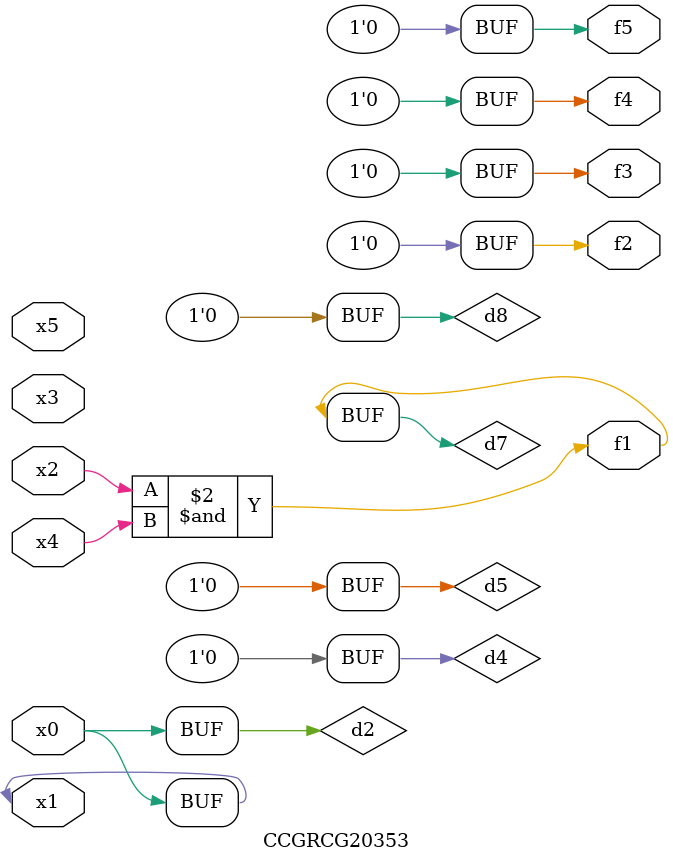
<source format=v>
module CCGRCG20353(
	input x0, x1, x2, x3, x4, x5,
	output f1, f2, f3, f4, f5
);

	wire d1, d2, d3, d4, d5, d6, d7, d8, d9;

	nand (d1, x1);
	buf (d2, x0, x1);
	nand (d3, x2, x4);
	and (d4, d1, d2);
	and (d5, d1, d2);
	nand (d6, d1, d3);
	not (d7, d3);
	xor (d8, d5);
	nor (d9, d5, d6);
	assign f1 = d7;
	assign f2 = d8;
	assign f3 = d8;
	assign f4 = d8;
	assign f5 = d8;
endmodule

</source>
